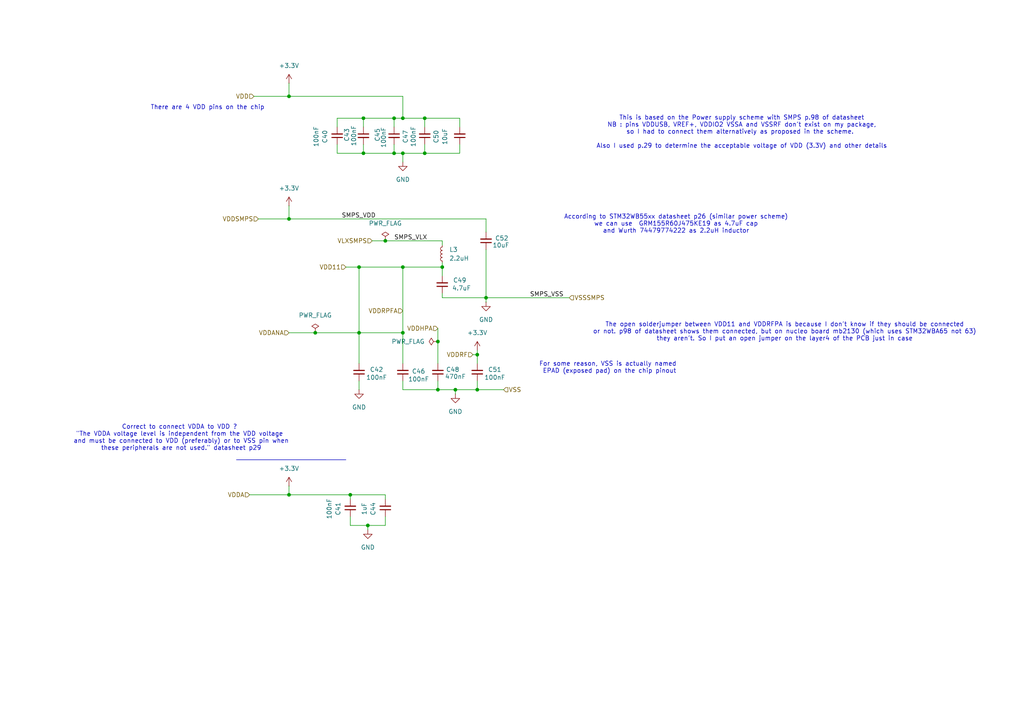
<source format=kicad_sch>
(kicad_sch
	(version 20250114)
	(generator "eeschema")
	(generator_version "9.0")
	(uuid "827b9e49-58c7-47a2-a919-2eead4cb6423")
	(paper "A4")
	(title_block
		(company "N-Pulse")
	)
	(lib_symbols
		(symbol "Device:C_Small"
			(pin_numbers
				(hide yes)
			)
			(pin_names
				(offset 0.254)
				(hide yes)
			)
			(exclude_from_sim no)
			(in_bom yes)
			(on_board yes)
			(property "Reference" "C"
				(at 0.254 1.778 0)
				(effects
					(font
						(size 1.27 1.27)
					)
					(justify left)
				)
			)
			(property "Value" "C_Small"
				(at 0.254 -2.032 0)
				(effects
					(font
						(size 1.27 1.27)
					)
					(justify left)
				)
			)
			(property "Footprint" ""
				(at 0 0 0)
				(effects
					(font
						(size 1.27 1.27)
					)
					(hide yes)
				)
			)
			(property "Datasheet" "~"
				(at 0 0 0)
				(effects
					(font
						(size 1.27 1.27)
					)
					(hide yes)
				)
			)
			(property "Description" "Unpolarized capacitor, small symbol"
				(at 0 0 0)
				(effects
					(font
						(size 1.27 1.27)
					)
					(hide yes)
				)
			)
			(property "ki_keywords" "capacitor cap"
				(at 0 0 0)
				(effects
					(font
						(size 1.27 1.27)
					)
					(hide yes)
				)
			)
			(property "ki_fp_filters" "C_*"
				(at 0 0 0)
				(effects
					(font
						(size 1.27 1.27)
					)
					(hide yes)
				)
			)
			(symbol "C_Small_0_1"
				(polyline
					(pts
						(xy -1.524 0.508) (xy 1.524 0.508)
					)
					(stroke
						(width 0.3048)
						(type default)
					)
					(fill
						(type none)
					)
				)
				(polyline
					(pts
						(xy -1.524 -0.508) (xy 1.524 -0.508)
					)
					(stroke
						(width 0.3302)
						(type default)
					)
					(fill
						(type none)
					)
				)
			)
			(symbol "C_Small_1_1"
				(pin passive line
					(at 0 2.54 270)
					(length 2.032)
					(name "~"
						(effects
							(font
								(size 1.27 1.27)
							)
						)
					)
					(number "1"
						(effects
							(font
								(size 1.27 1.27)
							)
						)
					)
				)
				(pin passive line
					(at 0 -2.54 90)
					(length 2.032)
					(name "~"
						(effects
							(font
								(size 1.27 1.27)
							)
						)
					)
					(number "2"
						(effects
							(font
								(size 1.27 1.27)
							)
						)
					)
				)
			)
			(embedded_fonts no)
		)
		(symbol "Device:L_Small"
			(pin_numbers
				(hide yes)
			)
			(pin_names
				(offset 0.254)
				(hide yes)
			)
			(exclude_from_sim no)
			(in_bom yes)
			(on_board yes)
			(property "Reference" "L"
				(at 0.762 1.016 0)
				(effects
					(font
						(size 1.27 1.27)
					)
					(justify left)
				)
			)
			(property "Value" "L_Small"
				(at 0.762 -1.016 0)
				(effects
					(font
						(size 1.27 1.27)
					)
					(justify left)
				)
			)
			(property "Footprint" ""
				(at 0 0 0)
				(effects
					(font
						(size 1.27 1.27)
					)
					(hide yes)
				)
			)
			(property "Datasheet" "~"
				(at 0 0 0)
				(effects
					(font
						(size 1.27 1.27)
					)
					(hide yes)
				)
			)
			(property "Description" "Inductor, small symbol"
				(at 0 0 0)
				(effects
					(font
						(size 1.27 1.27)
					)
					(hide yes)
				)
			)
			(property "ki_keywords" "inductor choke coil reactor magnetic"
				(at 0 0 0)
				(effects
					(font
						(size 1.27 1.27)
					)
					(hide yes)
				)
			)
			(property "ki_fp_filters" "Choke_* *Coil* Inductor_* L_*"
				(at 0 0 0)
				(effects
					(font
						(size 1.27 1.27)
					)
					(hide yes)
				)
			)
			(symbol "L_Small_0_1"
				(arc
					(start 0 2.032)
					(mid 0.5058 1.524)
					(end 0 1.016)
					(stroke
						(width 0)
						(type default)
					)
					(fill
						(type none)
					)
				)
				(arc
					(start 0 1.016)
					(mid 0.5058 0.508)
					(end 0 0)
					(stroke
						(width 0)
						(type default)
					)
					(fill
						(type none)
					)
				)
				(arc
					(start 0 0)
					(mid 0.5058 -0.508)
					(end 0 -1.016)
					(stroke
						(width 0)
						(type default)
					)
					(fill
						(type none)
					)
				)
				(arc
					(start 0 -1.016)
					(mid 0.5058 -1.524)
					(end 0 -2.032)
					(stroke
						(width 0)
						(type default)
					)
					(fill
						(type none)
					)
				)
			)
			(symbol "L_Small_1_1"
				(pin passive line
					(at 0 2.54 270)
					(length 0.508)
					(name "~"
						(effects
							(font
								(size 1.27 1.27)
							)
						)
					)
					(number "1"
						(effects
							(font
								(size 1.27 1.27)
							)
						)
					)
				)
				(pin passive line
					(at 0 -2.54 90)
					(length 0.508)
					(name "~"
						(effects
							(font
								(size 1.27 1.27)
							)
						)
					)
					(number "2"
						(effects
							(font
								(size 1.27 1.27)
							)
						)
					)
				)
			)
			(embedded_fonts no)
		)
		(symbol "power:+3.3V"
			(power)
			(pin_numbers
				(hide yes)
			)
			(pin_names
				(offset 0)
				(hide yes)
			)
			(exclude_from_sim no)
			(in_bom yes)
			(on_board yes)
			(property "Reference" "#PWR"
				(at 0 -3.81 0)
				(effects
					(font
						(size 1.27 1.27)
					)
					(hide yes)
				)
			)
			(property "Value" "+3.3V"
				(at 0 3.556 0)
				(effects
					(font
						(size 1.27 1.27)
					)
				)
			)
			(property "Footprint" ""
				(at 0 0 0)
				(effects
					(font
						(size 1.27 1.27)
					)
					(hide yes)
				)
			)
			(property "Datasheet" ""
				(at 0 0 0)
				(effects
					(font
						(size 1.27 1.27)
					)
					(hide yes)
				)
			)
			(property "Description" "Power symbol creates a global label with name \"+3.3V\""
				(at 0 0 0)
				(effects
					(font
						(size 1.27 1.27)
					)
					(hide yes)
				)
			)
			(property "ki_keywords" "global power"
				(at 0 0 0)
				(effects
					(font
						(size 1.27 1.27)
					)
					(hide yes)
				)
			)
			(symbol "+3.3V_0_1"
				(polyline
					(pts
						(xy -0.762 1.27) (xy 0 2.54)
					)
					(stroke
						(width 0)
						(type default)
					)
					(fill
						(type none)
					)
				)
				(polyline
					(pts
						(xy 0 2.54) (xy 0.762 1.27)
					)
					(stroke
						(width 0)
						(type default)
					)
					(fill
						(type none)
					)
				)
				(polyline
					(pts
						(xy 0 0) (xy 0 2.54)
					)
					(stroke
						(width 0)
						(type default)
					)
					(fill
						(type none)
					)
				)
			)
			(symbol "+3.3V_1_1"
				(pin power_in line
					(at 0 0 90)
					(length 0)
					(name "~"
						(effects
							(font
								(size 1.27 1.27)
							)
						)
					)
					(number "1"
						(effects
							(font
								(size 1.27 1.27)
							)
						)
					)
				)
			)
			(embedded_fonts no)
		)
		(symbol "power:GND"
			(power)
			(pin_numbers
				(hide yes)
			)
			(pin_names
				(offset 0)
				(hide yes)
			)
			(exclude_from_sim no)
			(in_bom yes)
			(on_board yes)
			(property "Reference" "#PWR"
				(at 0 -6.35 0)
				(effects
					(font
						(size 1.27 1.27)
					)
					(hide yes)
				)
			)
			(property "Value" "GND"
				(at 0 -3.81 0)
				(effects
					(font
						(size 1.27 1.27)
					)
				)
			)
			(property "Footprint" ""
				(at 0 0 0)
				(effects
					(font
						(size 1.27 1.27)
					)
					(hide yes)
				)
			)
			(property "Datasheet" ""
				(at 0 0 0)
				(effects
					(font
						(size 1.27 1.27)
					)
					(hide yes)
				)
			)
			(property "Description" "Power symbol creates a global label with name \"GND\" , ground"
				(at 0 0 0)
				(effects
					(font
						(size 1.27 1.27)
					)
					(hide yes)
				)
			)
			(property "ki_keywords" "global power"
				(at 0 0 0)
				(effects
					(font
						(size 1.27 1.27)
					)
					(hide yes)
				)
			)
			(symbol "GND_0_1"
				(polyline
					(pts
						(xy 0 0) (xy 0 -1.27) (xy 1.27 -1.27) (xy 0 -2.54) (xy -1.27 -1.27) (xy 0 -1.27)
					)
					(stroke
						(width 0)
						(type default)
					)
					(fill
						(type none)
					)
				)
			)
			(symbol "GND_1_1"
				(pin power_in line
					(at 0 0 270)
					(length 0)
					(name "~"
						(effects
							(font
								(size 1.27 1.27)
							)
						)
					)
					(number "1"
						(effects
							(font
								(size 1.27 1.27)
							)
						)
					)
				)
			)
			(embedded_fonts no)
		)
		(symbol "power:PWR_FLAG"
			(power)
			(pin_numbers
				(hide yes)
			)
			(pin_names
				(offset 0)
				(hide yes)
			)
			(exclude_from_sim no)
			(in_bom yes)
			(on_board yes)
			(property "Reference" "#FLG"
				(at 0 1.905 0)
				(effects
					(font
						(size 1.27 1.27)
					)
					(hide yes)
				)
			)
			(property "Value" "PWR_FLAG"
				(at 0 3.81 0)
				(effects
					(font
						(size 1.27 1.27)
					)
				)
			)
			(property "Footprint" ""
				(at 0 0 0)
				(effects
					(font
						(size 1.27 1.27)
					)
					(hide yes)
				)
			)
			(property "Datasheet" "~"
				(at 0 0 0)
				(effects
					(font
						(size 1.27 1.27)
					)
					(hide yes)
				)
			)
			(property "Description" "Special symbol for telling ERC where power comes from"
				(at 0 0 0)
				(effects
					(font
						(size 1.27 1.27)
					)
					(hide yes)
				)
			)
			(property "ki_keywords" "flag power"
				(at 0 0 0)
				(effects
					(font
						(size 1.27 1.27)
					)
					(hide yes)
				)
			)
			(symbol "PWR_FLAG_0_0"
				(pin power_out line
					(at 0 0 90)
					(length 0)
					(name "~"
						(effects
							(font
								(size 1.27 1.27)
							)
						)
					)
					(number "1"
						(effects
							(font
								(size 1.27 1.27)
							)
						)
					)
				)
			)
			(symbol "PWR_FLAG_0_1"
				(polyline
					(pts
						(xy 0 0) (xy 0 1.27) (xy -1.016 1.905) (xy 0 2.54) (xy 1.016 1.905) (xy 0 1.27)
					)
					(stroke
						(width 0)
						(type default)
					)
					(fill
						(type none)
					)
				)
			)
			(embedded_fonts no)
		)
	)
	(text "Correct to connect VDDA to VDD ?\n\"The VDDA voltage level is independent from the VDD voltage\n and must be connected to VDD (preferably) or to VSS pin when\n these peripherals are not used.\" datasheet p29\n"
		(exclude_from_sim no)
		(at 52.07 127 0)
		(effects
			(font
				(size 1.27 1.27)
			)
		)
		(uuid "51b6df22-fd9c-4417-a4ad-838499817f5f")
	)
	(text "There are 4 VDD pins on the chip"
		(exclude_from_sim no)
		(at 60.198 31.242 0)
		(effects
			(font
				(size 1.27 1.27)
			)
		)
		(uuid "b6975ef8-c350-4074-b55e-898fa994694f")
	)
	(text "The open solderjumper between VDD11 and VDDRFPA is because I don't know if they should be connected\nor not. p98 of datasheet shows them connected, but on nucleo board mb2130 (which uses STM32WBA65 not 63)\nthey aren't. So I put an open jumper on the layer4 of the PCB just in case"
		(exclude_from_sim no)
		(at 227.584 96.266 0)
		(effects
			(font
				(size 1.27 1.27)
			)
		)
		(uuid "b92ef1e8-cd45-40aa-bf5c-3aed715c090c")
	)
	(text "This is based on the Power supply scheme with SMPS p.98 of datasheet\nNB : pins VDDUSB, VREF+, VDDIO2 VSSA and VSSRF don't exist on my package,\nso I had to connect them alternatively as proposed in the scheme. \n\nAlso I used p.29 to determine the acceptable voltage of VDD (3.3V) and other details\n"
		(exclude_from_sim no)
		(at 215.138 38.354 0)
		(effects
			(font
				(size 1.27 1.27)
			)
		)
		(uuid "c401a2e8-300f-476e-b698-45afa286f854")
	)
	(text "According to STM32WB55xx datasheet p26 (similar power scheme)\nwe can use  GRM155R60J475KE19 as 4.7uF cap\nand Wurth 74479774222 as 2.2uH inductor"
		(exclude_from_sim no)
		(at 196.088 65.024 0)
		(effects
			(font
				(size 1.27 1.27)
			)
		)
		(uuid "da9f3c22-0e65-41f9-af59-caa8c3ba3000")
	)
	(text "For some reason, VSS is actually named \nEPAD (exposed pad) on the chip pinout"
		(exclude_from_sim no)
		(at 176.784 106.68 0)
		(effects
			(font
				(size 1.27 1.27)
			)
		)
		(uuid "e10fe22f-021a-47e2-8ebf-533f91ccd19c")
	)
	(text_box ""
		(exclude_from_sim no)
		(at 68.58 133.35 0)
		(size 31.75 0)
		(margins 0.9525 0.9525 0.9525 0.9525)
		(stroke
			(width 0)
			(type solid)
		)
		(fill
			(type none)
		)
		(effects
			(font
				(size 1.27 1.27)
			)
			(justify left top)
		)
		(uuid "66437bc2-4247-47d3-be39-5a02e3a6fe47")
	)
	(junction
		(at 91.44 96.52)
		(diameter 0)
		(color 0 0 0 0)
		(uuid "04f0f1b0-5692-403d-9edc-377315249c54")
	)
	(junction
		(at 127 113.03)
		(diameter 0)
		(color 0 0 0 0)
		(uuid "0c876f20-45ac-40ee-9b81-76e4318a2299")
	)
	(junction
		(at 101.6 143.51)
		(diameter 0)
		(color 0 0 0 0)
		(uuid "253ecded-51e6-4043-a35f-45249767ae43")
	)
	(junction
		(at 116.84 44.45)
		(diameter 0)
		(color 0 0 0 0)
		(uuid "291f98a0-58bd-4cfb-bba9-2e12fe598ddd")
	)
	(junction
		(at 104.14 96.52)
		(diameter 0)
		(color 0 0 0 0)
		(uuid "3900e6de-1142-4dee-81ad-f9a1de145547")
	)
	(junction
		(at 105.41 34.29)
		(diameter 0)
		(color 0 0 0 0)
		(uuid "39e1ed9b-ebf0-4435-b31d-579ee75003d9")
	)
	(junction
		(at 83.82 143.51)
		(diameter 0)
		(color 0 0 0 0)
		(uuid "3e18f6c5-ab90-4954-a4ff-a0447fc9274f")
	)
	(junction
		(at 105.41 44.45)
		(diameter 0)
		(color 0 0 0 0)
		(uuid "5aef9762-6b91-4418-a4a3-9dde68934690")
	)
	(junction
		(at 116.84 77.47)
		(diameter 0)
		(color 0 0 0 0)
		(uuid "5c4e2d7a-24d3-47bd-9dac-88a528359871")
	)
	(junction
		(at 128.27 77.47)
		(diameter 0)
		(color 0 0 0 0)
		(uuid "5cf2b235-3fa8-43cb-af76-d7a01ba5bd98")
	)
	(junction
		(at 140.97 86.36)
		(diameter 0)
		(color 0 0 0 0)
		(uuid "6438a9fc-b392-4537-8841-f37ca9bfb231")
	)
	(junction
		(at 123.19 34.29)
		(diameter 0)
		(color 0 0 0 0)
		(uuid "669c8f85-1c66-49e7-9770-337bf65ff0d6")
	)
	(junction
		(at 106.68 152.4)
		(diameter 0)
		(color 0 0 0 0)
		(uuid "7a41921b-e0e9-4659-898e-dbf6b6f4f301")
	)
	(junction
		(at 138.43 102.87)
		(diameter 0)
		(color 0 0 0 0)
		(uuid "811ec671-5e36-400c-a0ad-a38b84338449")
	)
	(junction
		(at 123.19 44.45)
		(diameter 0)
		(color 0 0 0 0)
		(uuid "867adfc3-9a1e-4d75-9cdf-d6b53ba308d9")
	)
	(junction
		(at 111.76 69.85)
		(diameter 0)
		(color 0 0 0 0)
		(uuid "8ef9020c-1d8e-4e10-b6b3-23da46f83ea6")
	)
	(junction
		(at 127 99.06)
		(diameter 0)
		(color 0 0 0 0)
		(uuid "9beb7cfe-d2ed-4a0f-8a73-3b5872d1050e")
	)
	(junction
		(at 116.84 34.29)
		(diameter 0)
		(color 0 0 0 0)
		(uuid "9de0c620-1852-40ff-b8c2-82a2b56d2d27")
	)
	(junction
		(at 104.14 77.47)
		(diameter 0)
		(color 0 0 0 0)
		(uuid "ae34ad5a-cee8-4f32-afef-2c576b4fd5e9")
	)
	(junction
		(at 83.82 27.94)
		(diameter 0)
		(color 0 0 0 0)
		(uuid "af6c3d95-ac0d-465f-a52e-fe6f5eef4cb9")
	)
	(junction
		(at 114.3 44.45)
		(diameter 0)
		(color 0 0 0 0)
		(uuid "c3678bf9-2314-4211-be2d-4f7f1dd297c9")
	)
	(junction
		(at 116.84 96.52)
		(diameter 0)
		(color 0 0 0 0)
		(uuid "c53b2706-1d5a-4ab0-875d-a7868929fa41")
	)
	(junction
		(at 132.08 113.03)
		(diameter 0)
		(color 0 0 0 0)
		(uuid "cfbee225-2571-4eec-aa25-4dd1374dbe07")
	)
	(junction
		(at 138.43 113.03)
		(diameter 0)
		(color 0 0 0 0)
		(uuid "ddf5828b-2884-4cbc-9da8-6ebd7d609201")
	)
	(junction
		(at 83.82 63.5)
		(diameter 0)
		(color 0 0 0 0)
		(uuid "e0c7e7cb-822e-47c1-b668-20662d043490")
	)
	(junction
		(at 114.3 34.29)
		(diameter 0)
		(color 0 0 0 0)
		(uuid "ffbc3144-39cb-496a-aedc-a6384d35d44b")
	)
	(wire
		(pts
			(xy 83.82 96.52) (xy 91.44 96.52)
		)
		(stroke
			(width 0)
			(type default)
		)
		(uuid "10c70749-6bf2-474c-88ea-e92e38d8f1a3")
	)
	(wire
		(pts
			(xy 73.66 27.94) (xy 83.82 27.94)
		)
		(stroke
			(width 0)
			(type default)
		)
		(uuid "15cdcb52-1d5e-4f74-995f-bed5cceaa579")
	)
	(wire
		(pts
			(xy 105.41 34.29) (xy 97.79 34.29)
		)
		(stroke
			(width 0)
			(type default)
		)
		(uuid "1656b22c-ad0d-4b76-81d1-7647df82e3d4")
	)
	(wire
		(pts
			(xy 127 110.49) (xy 127 113.03)
		)
		(stroke
			(width 0)
			(type default)
		)
		(uuid "1ca583f1-8021-46a4-909c-83b392866746")
	)
	(wire
		(pts
			(xy 100.33 77.47) (xy 104.14 77.47)
		)
		(stroke
			(width 0)
			(type default)
		)
		(uuid "1e30a22d-92e9-439c-b1bf-561e6969ee6f")
	)
	(wire
		(pts
			(xy 83.82 143.51) (xy 101.6 143.51)
		)
		(stroke
			(width 0)
			(type default)
		)
		(uuid "20ba0652-9ca9-48e8-a42e-8ff785b2926c")
	)
	(wire
		(pts
			(xy 138.43 101.6) (xy 138.43 102.87)
		)
		(stroke
			(width 0)
			(type default)
		)
		(uuid "22339e31-9f1b-4d02-b28b-3ff77b27618e")
	)
	(wire
		(pts
			(xy 107.95 69.85) (xy 111.76 69.85)
		)
		(stroke
			(width 0)
			(type default)
		)
		(uuid "2361bd62-d9e6-48a2-959a-8b1e9e4b9990")
	)
	(wire
		(pts
			(xy 106.68 152.4) (xy 111.76 152.4)
		)
		(stroke
			(width 0)
			(type default)
		)
		(uuid "2434e607-b24a-4140-8bcc-34daa488218c")
	)
	(wire
		(pts
			(xy 116.84 27.94) (xy 116.84 34.29)
		)
		(stroke
			(width 0)
			(type default)
		)
		(uuid "24549087-c7a7-48b9-99b7-34ae503717c1")
	)
	(wire
		(pts
			(xy 140.97 67.31) (xy 140.97 63.5)
		)
		(stroke
			(width 0)
			(type default)
		)
		(uuid "3491fb48-f338-4612-94d0-82ef5b39d2cc")
	)
	(wire
		(pts
			(xy 127 99.06) (xy 127 105.41)
		)
		(stroke
			(width 0)
			(type default)
		)
		(uuid "397bd4c4-de24-4ca4-93d9-274296659bf6")
	)
	(wire
		(pts
			(xy 104.14 96.52) (xy 104.14 105.41)
		)
		(stroke
			(width 0)
			(type default)
		)
		(uuid "3af1137a-347f-4d10-910e-6956fb506707")
	)
	(wire
		(pts
			(xy 127 95.25) (xy 127 99.06)
		)
		(stroke
			(width 0)
			(type default)
		)
		(uuid "400d78f2-20f3-49fc-9629-dbc20dd1f9bf")
	)
	(wire
		(pts
			(xy 83.82 63.5) (xy 140.97 63.5)
		)
		(stroke
			(width 0)
			(type default)
		)
		(uuid "43116a3d-2cdb-47e9-be6d-06fbf353626e")
	)
	(wire
		(pts
			(xy 116.84 110.49) (xy 116.84 113.03)
		)
		(stroke
			(width 0)
			(type default)
		)
		(uuid "44f7caa7-fa45-4a69-927f-b48208024a9d")
	)
	(wire
		(pts
			(xy 101.6 143.51) (xy 101.6 144.78)
		)
		(stroke
			(width 0)
			(type default)
		)
		(uuid "463c1698-6a81-4906-a55b-72eb3a7d2eea")
	)
	(wire
		(pts
			(xy 128.27 69.85) (xy 128.27 71.12)
		)
		(stroke
			(width 0)
			(type default)
		)
		(uuid "49b16411-f969-46fb-aa75-f85aebaeddf0")
	)
	(wire
		(pts
			(xy 116.84 44.45) (xy 123.19 44.45)
		)
		(stroke
			(width 0)
			(type default)
		)
		(uuid "4b65ba93-38bf-44a8-ac5d-3c794e1430d1")
	)
	(wire
		(pts
			(xy 140.97 86.36) (xy 165.1 86.36)
		)
		(stroke
			(width 0)
			(type default)
		)
		(uuid "4ba70762-d24e-4586-acce-eb61921696e8")
	)
	(wire
		(pts
			(xy 111.76 149.86) (xy 111.76 152.4)
		)
		(stroke
			(width 0)
			(type default)
		)
		(uuid "5af00eda-51e2-4007-a48e-2547a34bd2d7")
	)
	(wire
		(pts
			(xy 101.6 152.4) (xy 106.68 152.4)
		)
		(stroke
			(width 0)
			(type default)
		)
		(uuid "5af4c148-4746-4047-abae-a879bb5c9014")
	)
	(wire
		(pts
			(xy 101.6 149.86) (xy 101.6 152.4)
		)
		(stroke
			(width 0)
			(type default)
		)
		(uuid "65676334-2e1a-481c-8c89-09c877c0209d")
	)
	(wire
		(pts
			(xy 83.82 59.69) (xy 83.82 63.5)
		)
		(stroke
			(width 0)
			(type default)
		)
		(uuid "69564219-1b7e-4cb6-94e3-84359be794af")
	)
	(wire
		(pts
			(xy 83.82 27.94) (xy 116.84 27.94)
		)
		(stroke
			(width 0)
			(type default)
		)
		(uuid "69f42873-e82c-4f6c-8cc8-e76af2e89579")
	)
	(wire
		(pts
			(xy 105.41 41.91) (xy 105.41 44.45)
		)
		(stroke
			(width 0)
			(type default)
		)
		(uuid "6a2fc8b4-e5fc-47e4-9d25-ed2bd23fce66")
	)
	(wire
		(pts
			(xy 127 113.03) (xy 132.08 113.03)
		)
		(stroke
			(width 0)
			(type default)
		)
		(uuid "6aaed0cd-28bb-43a7-b62f-83e1c6bdf772")
	)
	(wire
		(pts
			(xy 133.35 34.29) (xy 133.35 36.83)
		)
		(stroke
			(width 0)
			(type default)
		)
		(uuid "714c7398-ff0c-403c-b4d0-ffdf76707c84")
	)
	(wire
		(pts
			(xy 101.6 143.51) (xy 111.76 143.51)
		)
		(stroke
			(width 0)
			(type default)
		)
		(uuid "7afea0e2-f0ac-40b5-b459-fe4c39962b26")
	)
	(wire
		(pts
			(xy 128.27 86.36) (xy 140.97 86.36)
		)
		(stroke
			(width 0)
			(type default)
		)
		(uuid "7c0aaaa2-51e7-49ce-9e94-817307e05438")
	)
	(wire
		(pts
			(xy 140.97 72.39) (xy 140.97 86.36)
		)
		(stroke
			(width 0)
			(type default)
		)
		(uuid "7c838dae-10bc-4f7f-a563-bbcec8fe1270")
	)
	(wire
		(pts
			(xy 132.08 113.03) (xy 138.43 113.03)
		)
		(stroke
			(width 0)
			(type default)
		)
		(uuid "7ce43efd-cf0b-477d-bb34-22db851a9c7a")
	)
	(wire
		(pts
			(xy 97.79 34.29) (xy 97.79 36.83)
		)
		(stroke
			(width 0)
			(type default)
		)
		(uuid "7e14e74c-1369-4ff8-ae6b-e8ad3e5e8a18")
	)
	(wire
		(pts
			(xy 138.43 113.03) (xy 146.05 113.03)
		)
		(stroke
			(width 0)
			(type default)
		)
		(uuid "84f5a89b-5c25-410a-8d7b-ed2bd2ce0349")
	)
	(wire
		(pts
			(xy 123.19 34.29) (xy 133.35 34.29)
		)
		(stroke
			(width 0)
			(type default)
		)
		(uuid "86abecaa-bbe2-4854-803a-ccec3527d6d0")
	)
	(wire
		(pts
			(xy 140.97 86.36) (xy 140.97 87.63)
		)
		(stroke
			(width 0)
			(type default)
		)
		(uuid "89b22636-e920-4117-b837-e9dcb5addef7")
	)
	(wire
		(pts
			(xy 123.19 36.83) (xy 123.19 34.29)
		)
		(stroke
			(width 0)
			(type default)
		)
		(uuid "89cf797e-8b91-4a01-aea7-ad1c084d255f")
	)
	(wire
		(pts
			(xy 104.14 110.49) (xy 104.14 113.03)
		)
		(stroke
			(width 0)
			(type default)
		)
		(uuid "8b51ec33-b342-4df1-b0e1-786c369975aa")
	)
	(wire
		(pts
			(xy 127 113.03) (xy 116.84 113.03)
		)
		(stroke
			(width 0)
			(type default)
		)
		(uuid "94965274-2bfb-4f71-9184-c078c1eafe30")
	)
	(wire
		(pts
			(xy 116.84 77.47) (xy 116.84 96.52)
		)
		(stroke
			(width 0)
			(type default)
		)
		(uuid "979949de-314c-4b15-9207-42f4f6d93437")
	)
	(wire
		(pts
			(xy 116.84 96.52) (xy 116.84 105.41)
		)
		(stroke
			(width 0)
			(type default)
		)
		(uuid "990673d0-0f3d-4aeb-a88a-7dbdce927bd7")
	)
	(wire
		(pts
			(xy 137.16 102.87) (xy 138.43 102.87)
		)
		(stroke
			(width 0)
			(type default)
		)
		(uuid "99a79ddc-ebd2-4cd3-afb7-8e6658440257")
	)
	(wire
		(pts
			(xy 138.43 102.87) (xy 138.43 105.41)
		)
		(stroke
			(width 0)
			(type default)
		)
		(uuid "9a18599d-ffa2-4982-b74f-d15e1521526b")
	)
	(wire
		(pts
			(xy 111.76 143.51) (xy 111.76 144.78)
		)
		(stroke
			(width 0)
			(type default)
		)
		(uuid "9fb764bf-6410-4463-8956-5484df78f1f1")
	)
	(wire
		(pts
			(xy 97.79 44.45) (xy 97.79 41.91)
		)
		(stroke
			(width 0)
			(type default)
		)
		(uuid "a171eb14-b165-4d2d-aa6e-95145496cfb4")
	)
	(wire
		(pts
			(xy 105.41 34.29) (xy 105.41 36.83)
		)
		(stroke
			(width 0)
			(type default)
		)
		(uuid "a2e45e0a-b1ac-4e57-a7be-8dd5f7de9968")
	)
	(wire
		(pts
			(xy 116.84 44.45) (xy 116.84 46.99)
		)
		(stroke
			(width 0)
			(type default)
		)
		(uuid "a37d4e00-743a-4c4f-a219-69ff5751f6d6")
	)
	(wire
		(pts
			(xy 128.27 77.47) (xy 128.27 80.01)
		)
		(stroke
			(width 0)
			(type default)
		)
		(uuid "adf7f740-5ea8-44c5-a13f-3293ad708021")
	)
	(wire
		(pts
			(xy 116.84 77.47) (xy 128.27 77.47)
		)
		(stroke
			(width 0)
			(type default)
		)
		(uuid "ae986176-5c38-4a72-b96c-8072a8b11599")
	)
	(wire
		(pts
			(xy 72.39 143.51) (xy 83.82 143.51)
		)
		(stroke
			(width 0)
			(type default)
		)
		(uuid "af1fcb6f-f713-4323-8cf5-fca8f705cf2b")
	)
	(wire
		(pts
			(xy 106.68 152.4) (xy 106.68 153.67)
		)
		(stroke
			(width 0)
			(type default)
		)
		(uuid "afedc5c0-0e6e-4473-b469-7acc8db59d10")
	)
	(wire
		(pts
			(xy 133.35 44.45) (xy 133.35 41.91)
		)
		(stroke
			(width 0)
			(type default)
		)
		(uuid "b48ab86e-3d91-4593-81ba-3b335ef0609c")
	)
	(wire
		(pts
			(xy 128.27 86.36) (xy 128.27 85.09)
		)
		(stroke
			(width 0)
			(type default)
		)
		(uuid "b87dd985-c624-4ae2-a3b9-2085dbf9bf13")
	)
	(wire
		(pts
			(xy 132.08 113.03) (xy 132.08 114.3)
		)
		(stroke
			(width 0)
			(type default)
		)
		(uuid "b9136de6-bcb8-4459-b9db-59c4e2105d59")
	)
	(wire
		(pts
			(xy 116.84 34.29) (xy 114.3 34.29)
		)
		(stroke
			(width 0)
			(type default)
		)
		(uuid "b9d6cc8a-d041-4f83-902a-41b0d06394a3")
	)
	(wire
		(pts
			(xy 104.14 77.47) (xy 104.14 96.52)
		)
		(stroke
			(width 0)
			(type default)
		)
		(uuid "bc2fb722-5500-48c1-96b3-3d434446ef9f")
	)
	(wire
		(pts
			(xy 114.3 34.29) (xy 114.3 36.83)
		)
		(stroke
			(width 0)
			(type default)
		)
		(uuid "bdf4a217-455e-43b6-bad0-ee108bc130e2")
	)
	(wire
		(pts
			(xy 104.14 96.52) (xy 116.84 96.52)
		)
		(stroke
			(width 0)
			(type default)
		)
		(uuid "c447be9c-4fba-4b9b-961d-4a1b137302e0")
	)
	(wire
		(pts
			(xy 111.76 69.85) (xy 128.27 69.85)
		)
		(stroke
			(width 0)
			(type default)
		)
		(uuid "c4b6fdf7-2771-4959-b1a2-9e1e7f6926a8")
	)
	(wire
		(pts
			(xy 105.41 34.29) (xy 114.3 34.29)
		)
		(stroke
			(width 0)
			(type default)
		)
		(uuid "c7841f2b-864f-4404-94fa-be2e4557425f")
	)
	(wire
		(pts
			(xy 97.79 44.45) (xy 105.41 44.45)
		)
		(stroke
			(width 0)
			(type default)
		)
		(uuid "ceb76565-fcf5-44fb-b2eb-14e4ee6be7e1")
	)
	(wire
		(pts
			(xy 104.14 77.47) (xy 116.84 77.47)
		)
		(stroke
			(width 0)
			(type default)
		)
		(uuid "d38ca45a-89b3-469c-a274-8b864439871e")
	)
	(wire
		(pts
			(xy 123.19 44.45) (xy 133.35 44.45)
		)
		(stroke
			(width 0)
			(type default)
		)
		(uuid "d42a5ea7-158a-46c4-abab-9f9431a9d129")
	)
	(wire
		(pts
			(xy 128.27 76.2) (xy 128.27 77.47)
		)
		(stroke
			(width 0)
			(type default)
		)
		(uuid "d56904f2-4c45-4885-955f-34e8fd0c14ba")
	)
	(wire
		(pts
			(xy 91.44 96.52) (xy 104.14 96.52)
		)
		(stroke
			(width 0)
			(type default)
		)
		(uuid "d755ed3c-334b-4236-95d1-7c35954ea4be")
	)
	(wire
		(pts
			(xy 116.84 44.45) (xy 114.3 44.45)
		)
		(stroke
			(width 0)
			(type default)
		)
		(uuid "dae64efd-31b3-4b9c-ad7d-fe0429c30f1b")
	)
	(wire
		(pts
			(xy 123.19 41.91) (xy 123.19 44.45)
		)
		(stroke
			(width 0)
			(type default)
		)
		(uuid "db8ef223-d535-44cd-a08f-5399602cc0f6")
	)
	(wire
		(pts
			(xy 105.41 44.45) (xy 114.3 44.45)
		)
		(stroke
			(width 0)
			(type default)
		)
		(uuid "df5439a6-7251-4bda-9d67-5a2fc105c18c")
	)
	(wire
		(pts
			(xy 83.82 140.97) (xy 83.82 143.51)
		)
		(stroke
			(width 0)
			(type default)
		)
		(uuid "df67a2e7-f286-4a27-909c-7c1630f49400")
	)
	(wire
		(pts
			(xy 114.3 41.91) (xy 114.3 44.45)
		)
		(stroke
			(width 0)
			(type default)
		)
		(uuid "ef112a2c-ad19-471a-947d-ab3bb6186194")
	)
	(wire
		(pts
			(xy 123.19 34.29) (xy 116.84 34.29)
		)
		(stroke
			(width 0)
			(type default)
		)
		(uuid "f4b1f2be-efa5-42bb-acb9-072b43a82c2e")
	)
	(wire
		(pts
			(xy 138.43 110.49) (xy 138.43 113.03)
		)
		(stroke
			(width 0)
			(type default)
		)
		(uuid "f8325a57-939a-4043-886d-197e97288c6d")
	)
	(wire
		(pts
			(xy 83.82 24.13) (xy 83.82 27.94)
		)
		(stroke
			(width 0)
			(type default)
		)
		(uuid "fbdf79a1-ec05-4230-8ad1-456497a59579")
	)
	(wire
		(pts
			(xy 74.93 63.5) (xy 83.82 63.5)
		)
		(stroke
			(width 0)
			(type default)
		)
		(uuid "fc47aab8-931f-4eda-8ac9-e37954dc1f23")
	)
	(label "SMPS_VDD"
		(at 99.06 63.5 0)
		(effects
			(font
				(size 1.27 1.27)
			)
			(justify left bottom)
		)
		(uuid "446eb43c-8ee5-4d31-b63b-092c0e8b3d30")
	)
	(label "SMPS_VLX"
		(at 114.3 69.85 0)
		(effects
			(font
				(size 1.27 1.27)
			)
			(justify left bottom)
		)
		(uuid "4d96bf99-0824-4284-a9ec-86fe78882c1b")
	)
	(label "SMPS_VSS"
		(at 153.67 86.36 0)
		(effects
			(font
				(size 1.27 1.27)
			)
			(justify left bottom)
		)
		(uuid "ade2ae61-af77-487b-8377-8f2756acadd4")
	)
	(hierarchical_label "VSS"
		(shape input)
		(at 146.05 113.03 0)
		(effects
			(font
				(size 1.27 1.27)
			)
			(justify left)
		)
		(uuid "29316316-dd6f-4a8e-8674-647d13a88664")
	)
	(hierarchical_label "VDDANA"
		(shape input)
		(at 83.82 96.52 180)
		(effects
			(font
				(size 1.27 1.27)
			)
			(justify right)
		)
		(uuid "3e25e410-b8bb-419c-a127-80f1c8dadeba")
	)
	(hierarchical_label "VDD"
		(shape input)
		(at 73.66 27.94 180)
		(effects
			(font
				(size 1.27 1.27)
			)
			(justify right)
		)
		(uuid "4357422c-6f3b-4769-8c67-f1fa1c5297d1")
	)
	(hierarchical_label "VDDRF"
		(shape input)
		(at 137.16 102.87 180)
		(effects
			(font
				(size 1.27 1.27)
			)
			(justify right)
		)
		(uuid "519cd226-d1eb-4608-8a08-f0e0d0664d66")
	)
	(hierarchical_label "VSSSMPS"
		(shape input)
		(at 165.1 86.36 0)
		(effects
			(font
				(size 1.27 1.27)
			)
			(justify left)
		)
		(uuid "715a1076-eecc-43d3-8fa0-58ad1ca877bc")
	)
	(hierarchical_label "VDDRPFA"
		(shape input)
		(at 116.84 90.17 180)
		(effects
			(font
				(size 1.27 1.27)
			)
			(justify right)
		)
		(uuid "7713b394-2f80-42ec-a41a-1bc7313c3dcd")
	)
	(hierarchical_label "VDD11"
		(shape input)
		(at 100.33 77.47 180)
		(effects
			(font
				(size 1.27 1.27)
			)
			(justify right)
		)
		(uuid "b8c6a9ac-020b-40cb-9697-120e311f15cf")
	)
	(hierarchical_label "VDDHPA"
		(shape input)
		(at 127 95.25 180)
		(effects
			(font
				(size 1.27 1.27)
			)
			(justify right)
		)
		(uuid "b902339c-9e2c-440c-b5cf-6565dd1d7245")
	)
	(hierarchical_label "VDDSMPS"
		(shape input)
		(at 74.93 63.5 180)
		(effects
			(font
				(size 1.27 1.27)
			)
			(justify right)
		)
		(uuid "c6318910-5aca-4c45-ba3e-90b57a80696d")
	)
	(hierarchical_label "VLXSMPS"
		(shape input)
		(at 107.95 69.85 180)
		(effects
			(font
				(size 1.27 1.27)
			)
			(justify right)
		)
		(uuid "cb34f39c-7058-4536-92e6-baf7d238a8d0")
	)
	(hierarchical_label "VDDA"
		(shape input)
		(at 72.39 143.51 180)
		(effects
			(font
				(size 1.27 1.27)
			)
			(justify right)
		)
		(uuid "d5c7ee9a-c314-4c9f-9bac-49c8620fad1b")
	)
	(symbol
		(lib_id "Device:C_Small")
		(at 138.43 107.95 180)
		(unit 1)
		(exclude_from_sim no)
		(in_bom yes)
		(on_board yes)
		(dnp no)
		(uuid "0378dd62-7f83-44c9-b5f5-439123862b10")
		(property "Reference" "C51"
			(at 143.51 107.188 0)
			(effects
				(font
					(size 1.27 1.27)
				)
			)
		)
		(property "Value" "100nF"
			(at 143.51 109.474 0)
			(effects
				(font
					(size 1.27 1.27)
				)
			)
		)
		(property "Footprint" "Capacitor_SMD:C_0402_1005Metric"
			(at 138.43 107.95 0)
			(effects
				(font
					(size 1.27 1.27)
				)
				(hide yes)
			)
		)
		(property "Datasheet" "~"
			(at 138.43 107.95 0)
			(effects
				(font
					(size 1.27 1.27)
				)
				(hide yes)
			)
		)
		(property "Description" "Unpolarized capacitor, small symbol"
			(at 138.43 107.95 0)
			(effects
				(font
					(size 1.27 1.27)
				)
				(hide yes)
			)
		)
		(property "Link" "https://eu.mouser.com/ProductDetail/Samsung-Electro-Mechanics/CL05B104KP5VPNC?qs=gqBM4hNBiUXTv%252BkFO9q2pQ%3D%3D"
			(at 138.43 107.95 0)
			(effects
				(font
					(size 1.27 1.27)
				)
				(hide yes)
			)
		)
		(property "MANUFACTURER" "Samsung Electro-Mechanics"
			(at 138.43 107.95 0)
			(effects
				(font
					(size 1.27 1.27)
				)
				(hide yes)
			)
		)
		(property "Manufacturer_Part_Number" "CL05B104KP5VPNC "
			(at 138.43 107.95 0)
			(effects
				(font
					(size 1.27 1.27)
				)
				(hide yes)
			)
		)
		(property "Panier" "1"
			(at 138.43 107.95 0)
			(effects
				(font
					(size 1.27 1.27)
				)
				(hide yes)
			)
		)
		(property "déjà" ""
			(at 138.43 107.95 0)
			(effects
				(font
					(size 1.27 1.27)
				)
			)
		)
		(pin "1"
			(uuid "339958e7-9d30-4dea-ab79-ed09cae24905")
		)
		(pin "2"
			(uuid "03a9b893-3be8-49fa-ba0e-f0c5894e84b7")
		)
		(instances
			(project "Processing_board"
				(path "/b48cfd4a-6c36-4270-b2b4-45cb26e35477/5bac6806-0b59-49c1-a3ef-3d4674d750e6"
					(reference "C51")
					(unit 1)
				)
			)
		)
	)
	(symbol
		(lib_id "Device:C_Small")
		(at 111.76 147.32 180)
		(unit 1)
		(exclude_from_sim no)
		(in_bom yes)
		(on_board yes)
		(dnp no)
		(uuid "12c6f78e-2330-45b7-97c9-3cba71238568")
		(property "Reference" "C44"
			(at 108.204 147.574 90)
			(effects
				(font
					(size 1.27 1.27)
				)
			)
		)
		(property "Value" "1uF"
			(at 105.664 147.574 90)
			(effects
				(font
					(size 1.27 1.27)
				)
			)
		)
		(property "Footprint" "Capacitor_SMD:C_0402_1005Metric"
			(at 111.76 147.32 0)
			(effects
				(font
					(size 1.27 1.27)
				)
				(hide yes)
			)
		)
		(property "Datasheet" "~"
			(at 111.76 147.32 0)
			(effects
				(font
					(size 1.27 1.27)
				)
				(hide yes)
			)
		)
		(property "Description" "Unpolarized capacitor, small symbol"
			(at 111.76 147.32 0)
			(effects
				(font
					(size 1.27 1.27)
				)
				(hide yes)
			)
		)
		(property "Link" "https://www.mouser.ch/ProductDetail/Samsung-Electro-Mechanics/CL05A105KP5NNNC?qs=X6jEic%2FHinBsUeNeR9HD7w%3D%3D"
			(at 111.76 147.32 0)
			(effects
				(font
					(size 1.27 1.27)
				)
				(hide yes)
			)
		)
		(property "MANUFACTURER" "Samsung Electro-Mechanics"
			(at 111.76 147.32 0)
			(effects
				(font
					(size 1.27 1.27)
				)
				(hide yes)
			)
		)
		(property "Manufacturer_Part_Number" "CL05A105KP5NNNC"
			(at 111.76 147.32 0)
			(effects
				(font
					(size 1.27 1.27)
				)
				(hide yes)
			)
		)
		(property "Panier" "1"
			(at 111.76 147.32 0)
			(effects
				(font
					(size 1.27 1.27)
				)
				(hide yes)
			)
		)
		(property "déjà" ""
			(at 111.76 147.32 0)
			(effects
				(font
					(size 1.27 1.27)
				)
			)
		)
		(pin "1"
			(uuid "c53e7412-9b42-4f86-9679-9b770656c46a")
		)
		(pin "2"
			(uuid "dc5d1fa4-290a-4e04-b6d2-d373aafc19c7")
		)
		(instances
			(project "Processing_board"
				(path "/b48cfd4a-6c36-4270-b2b4-45cb26e35477/5bac6806-0b59-49c1-a3ef-3d4674d750e6"
					(reference "C44")
					(unit 1)
				)
			)
		)
	)
	(symbol
		(lib_id "power:PWR_FLAG")
		(at 111.76 69.85 0)
		(unit 1)
		(exclude_from_sim no)
		(in_bom yes)
		(on_board yes)
		(dnp no)
		(fields_autoplaced yes)
		(uuid "1b2d799d-d44f-4a71-8a76-8ab1cfa26ea8")
		(property "Reference" "#FLG06"
			(at 111.76 67.945 0)
			(effects
				(font
					(size 1.27 1.27)
				)
				(hide yes)
			)
		)
		(property "Value" "PWR_FLAG"
			(at 111.76 64.77 0)
			(effects
				(font
					(size 1.27 1.27)
				)
			)
		)
		(property "Footprint" ""
			(at 111.76 69.85 0)
			(effects
				(font
					(size 1.27 1.27)
				)
				(hide yes)
			)
		)
		(property "Datasheet" "~"
			(at 111.76 69.85 0)
			(effects
				(font
					(size 1.27 1.27)
				)
				(hide yes)
			)
		)
		(property "Description" "Special symbol for telling ERC where power comes from"
			(at 111.76 69.85 0)
			(effects
				(font
					(size 1.27 1.27)
				)
				(hide yes)
			)
		)
		(pin "1"
			(uuid "c8acda19-d98d-460f-9cdc-e51605017c16")
		)
		(instances
			(project ""
				(path "/b48cfd4a-6c36-4270-b2b4-45cb26e35477/5bac6806-0b59-49c1-a3ef-3d4674d750e6"
					(reference "#FLG06")
					(unit 1)
				)
			)
		)
	)
	(symbol
		(lib_id "Device:L_Small")
		(at 128.27 73.66 180)
		(unit 1)
		(exclude_from_sim no)
		(in_bom yes)
		(on_board yes)
		(dnp no)
		(uuid "1c67b0b1-8de8-4768-abe8-bbe8dcc57414")
		(property "Reference" "L3"
			(at 130.302 72.39 0)
			(effects
				(font
					(size 1.27 1.27)
				)
				(justify right)
			)
		)
		(property "Value" "2.2uH"
			(at 130.302 74.93 0)
			(effects
				(font
					(size 1.27 1.27)
				)
				(justify right)
			)
		)
		(property "Footprint" "Inductor_SMD:L_0805_2012Metric"
			(at 128.27 73.66 0)
			(effects
				(font
					(size 1.27 1.27)
				)
				(hide yes)
			)
		)
		(property "Datasheet" "~"
			(at 128.27 73.66 0)
			(effects
				(font
					(size 1.27 1.27)
				)
				(hide yes)
			)
		)
		(property "Description" "Inductor, small symbol"
			(at 128.27 73.66 0)
			(effects
				(font
					(size 1.27 1.27)
				)
				(hide yes)
			)
		)
		(property "Link" "https://www.mouser.ch/ProductDetail/Wurth-Elektronik/74479774222?qs=%252BUQ4csG8Rsd58%2FKCVoLnRw%3D%3D"
			(at 128.27 73.66 0)
			(effects
				(font
					(size 1.27 1.27)
				)
				(hide yes)
			)
		)
		(property "Panier" "1"
			(at 128.27 73.66 0)
			(effects
				(font
					(size 1.27 1.27)
				)
				(hide yes)
			)
		)
		(property "MANUFACTURER" "Wurth Elektronik"
			(at 128.27 73.66 0)
			(effects
				(font
					(size 1.27 1.27)
				)
				(hide yes)
			)
		)
		(property "Manufacturer_Part_Number" "74479774222"
			(at 128.27 73.66 0)
			(effects
				(font
					(size 1.27 1.27)
				)
				(hide yes)
			)
		)
		(property "déjà" ""
			(at 128.27 73.66 0)
			(effects
				(font
					(size 1.27 1.27)
				)
			)
		)
		(pin "2"
			(uuid "53342617-346c-488c-92c8-d5533c426431")
		)
		(pin "1"
			(uuid "05c4ed70-7991-4bdd-bcd0-5758af6cf63b")
		)
		(instances
			(project "Processing_board"
				(path "/b48cfd4a-6c36-4270-b2b4-45cb26e35477/5bac6806-0b59-49c1-a3ef-3d4674d750e6"
					(reference "L3")
					(unit 1)
				)
			)
		)
	)
	(symbol
		(lib_id "Device:C_Small")
		(at 123.19 39.37 180)
		(unit 1)
		(exclude_from_sim no)
		(in_bom yes)
		(on_board yes)
		(dnp no)
		(uuid "266b8ace-d06c-4197-8e3e-f376da651f5b")
		(property "Reference" "C47"
			(at 117.602 39.624 90)
			(effects
				(font
					(size 1.27 1.27)
				)
			)
		)
		(property "Value" "100nF"
			(at 119.888 39.624 90)
			(effects
				(font
					(size 1.27 1.27)
				)
			)
		)
		(property "Footprint" "Capacitor_SMD:C_0402_1005Metric"
			(at 123.19 39.37 0)
			(effects
				(font
					(size 1.27 1.27)
				)
				(hide yes)
			)
		)
		(property "Datasheet" "~"
			(at 123.19 39.37 0)
			(effects
				(font
					(size 1.27 1.27)
				)
				(hide yes)
			)
		)
		(property "Description" "Unpolarized capacitor, small symbol"
			(at 123.19 39.37 0)
			(effects
				(font
					(size 1.27 1.27)
				)
				(hide yes)
			)
		)
		(property "Link" "https://eu.mouser.com/ProductDetail/Samsung-Electro-Mechanics/CL05B104KP5VPNC?qs=gqBM4hNBiUXTv%252BkFO9q2pQ%3D%3D"
			(at 123.19 39.37 0)
			(effects
				(font
					(size 1.27 1.27)
				)
				(hide yes)
			)
		)
		(property "MANUFACTURER" "Samsung Electro-Mechanics"
			(at 123.19 39.37 0)
			(effects
				(font
					(size 1.27 1.27)
				)
				(hide yes)
			)
		)
		(property "Manufacturer_Part_Number" "CL05B104KP5VPNC "
			(at 123.19 39.37 0)
			(effects
				(font
					(size 1.27 1.27)
				)
				(hide yes)
			)
		)
		(property "Panier" "1"
			(at 123.19 39.37 0)
			(effects
				(font
					(size 1.27 1.27)
				)
				(hide yes)
			)
		)
		(property "déjà" ""
			(at 123.19 39.37 0)
			(effects
				(font
					(size 1.27 1.27)
				)
			)
		)
		(pin "1"
			(uuid "5eb75456-13e4-418b-897e-31dd7689e6d2")
		)
		(pin "2"
			(uuid "ff6e723c-7f5d-475f-addd-03d83c36e57f")
		)
		(instances
			(project "Processing_board"
				(path "/b48cfd4a-6c36-4270-b2b4-45cb26e35477/5bac6806-0b59-49c1-a3ef-3d4674d750e6"
					(reference "C47")
					(unit 1)
				)
			)
		)
	)
	(symbol
		(lib_id "power:+3.3V")
		(at 83.82 59.69 0)
		(unit 1)
		(exclude_from_sim no)
		(in_bom yes)
		(on_board yes)
		(dnp no)
		(fields_autoplaced yes)
		(uuid "2db83204-8778-4055-9bdf-91cd503c2ff7")
		(property "Reference" "#PWR054"
			(at 83.82 63.5 0)
			(effects
				(font
					(size 1.27 1.27)
				)
				(hide yes)
			)
		)
		(property "Value" "+3.3V"
			(at 83.82 54.61 0)
			(effects
				(font
					(size 1.27 1.27)
				)
			)
		)
		(property "Footprint" ""
			(at 83.82 59.69 0)
			(effects
				(font
					(size 1.27 1.27)
				)
				(hide yes)
			)
		)
		(property "Datasheet" ""
			(at 83.82 59.69 0)
			(effects
				(font
					(size 1.27 1.27)
				)
				(hide yes)
			)
		)
		(property "Description" "Power symbol creates a global label with name \"+3.3V\""
			(at 83.82 59.69 0)
			(effects
				(font
					(size 1.27 1.27)
				)
				(hide yes)
			)
		)
		(pin "1"
			(uuid "cb2892c7-455e-4a45-89cb-ffbbbf08f6cf")
		)
		(instances
			(project "Processing_board"
				(path "/b48cfd4a-6c36-4270-b2b4-45cb26e35477/5bac6806-0b59-49c1-a3ef-3d4674d750e6"
					(reference "#PWR054")
					(unit 1)
				)
			)
		)
	)
	(symbol
		(lib_id "Device:C_Small")
		(at 114.3 39.37 0)
		(unit 1)
		(exclude_from_sim no)
		(in_bom yes)
		(on_board yes)
		(dnp no)
		(uuid "39713804-32ec-4898-9503-23339908c7c3")
		(property "Reference" "C45"
			(at 109.474 39.116 90)
			(effects
				(font
					(size 1.27 1.27)
				)
			)
		)
		(property "Value" "100nF"
			(at 111.252 39.878 90)
			(effects
				(font
					(size 1.27 1.27)
				)
			)
		)
		(property "Footprint" "Capacitor_SMD:C_0402_1005Metric"
			(at 114.3 39.37 0)
			(effects
				(font
					(size 1.27 1.27)
				)
				(hide yes)
			)
		)
		(property "Datasheet" "~"
			(at 114.3 39.37 0)
			(effects
				(font
					(size 1.27 1.27)
				)
				(hide yes)
			)
		)
		(property "Description" "Unpolarized capacitor, small symbol"
			(at 114.3 39.37 0)
			(effects
				(font
					(size 1.27 1.27)
				)
				(hide yes)
			)
		)
		(property "Link" "https://eu.mouser.com/ProductDetail/Samsung-Electro-Mechanics/CL05B104KP5VPNC?qs=gqBM4hNBiUXTv%252BkFO9q2pQ%3D%3D"
			(at 114.3 39.37 0)
			(effects
				(font
					(size 1.27 1.27)
				)
				(hide yes)
			)
		)
		(property "MANUFACTURER" "Samsung Electro-Mechanics"
			(at 114.3 39.37 0)
			(effects
				(font
					(size 1.27 1.27)
				)
				(hide yes)
			)
		)
		(property "Manufacturer_Part_Number" "CL05B104KP5VPNC "
			(at 114.3 39.37 0)
			(effects
				(font
					(size 1.27 1.27)
				)
				(hide yes)
			)
		)
		(property "Panier" "1"
			(at 114.3 39.37 0)
			(effects
				(font
					(size 1.27 1.27)
				)
				(hide yes)
			)
		)
		(property "déjà" ""
			(at 114.3 39.37 0)
			(effects
				(font
					(size 1.27 1.27)
				)
			)
		)
		(pin "1"
			(uuid "2292e73d-561f-4178-899a-616e320523ba")
		)
		(pin "2"
			(uuid "8e415ce0-9d56-400e-9dc8-c8df98e5fdc6")
		)
		(instances
			(project "Processing_board"
				(path "/b48cfd4a-6c36-4270-b2b4-45cb26e35477/5bac6806-0b59-49c1-a3ef-3d4674d750e6"
					(reference "C45")
					(unit 1)
				)
			)
		)
	)
	(symbol
		(lib_id "Device:C_Small")
		(at 128.27 82.55 180)
		(unit 1)
		(exclude_from_sim no)
		(in_bom yes)
		(on_board yes)
		(dnp no)
		(uuid "3f6073c7-9564-4bcc-93a3-96ac090cc7c4")
		(property "Reference" "C49"
			(at 133.35 81.28 0)
			(effects
				(font
					(size 1.27 1.27)
				)
			)
		)
		(property "Value" "4.7uF"
			(at 133.858 83.566 0)
			(effects
				(font
					(size 1.27 1.27)
				)
			)
		)
		(property "Footprint" "Capacitor_SMD:C_0402_1005Metric"
			(at 128.27 82.55 0)
			(effects
				(font
					(size 1.27 1.27)
				)
				(hide yes)
			)
		)
		(property "Datasheet" "~"
			(at 128.27 82.55 0)
			(effects
				(font
					(size 1.27 1.27)
				)
				(hide yes)
			)
		)
		(property "Description" "Unpolarized capacitor, small symbol"
			(at 128.27 82.55 0)
			(effects
				(font
					(size 1.27 1.27)
				)
				(hide yes)
			)
		)
		(property "Link" "https://www.digikey.ch/en/products/detail/murata-electronics/GRM155C61E475ME15D/16821133"
			(at 128.27 82.55 0)
			(effects
				(font
					(size 1.27 1.27)
				)
				(hide yes)
			)
		)
		(property "Panier" "1"
			(at 128.27 82.55 0)
			(effects
				(font
					(size 1.27 1.27)
				)
				(hide yes)
			)
		)
		(property "MANUFACTURER" "Murata Electronics"
			(at 128.27 82.55 0)
			(effects
				(font
					(size 1.27 1.27)
				)
				(hide yes)
			)
		)
		(property "Manufacturer_Part_Number" "GRM155C61E475ME15D"
			(at 128.27 82.55 0)
			(effects
				(font
					(size 1.27 1.27)
				)
				(hide yes)
			)
		)
		(property "déjà" ""
			(at 128.27 82.55 0)
			(effects
				(font
					(size 1.27 1.27)
				)
			)
		)
		(pin "1"
			(uuid "2cb4e5ee-0378-40c2-aec7-310a587c6b88")
		)
		(pin "2"
			(uuid "41f69514-151f-45c7-afbf-9f711fc5e7d4")
		)
		(instances
			(project "Processing_board"
				(path "/b48cfd4a-6c36-4270-b2b4-45cb26e35477/5bac6806-0b59-49c1-a3ef-3d4674d750e6"
					(reference "C49")
					(unit 1)
				)
			)
		)
	)
	(symbol
		(lib_id "power:GND")
		(at 104.14 113.03 0)
		(unit 1)
		(exclude_from_sim no)
		(in_bom yes)
		(on_board yes)
		(dnp no)
		(fields_autoplaced yes)
		(uuid "3fbb05e7-42ab-4461-9b1a-0154387732f4")
		(property "Reference" "#PWR056"
			(at 104.14 119.38 0)
			(effects
				(font
					(size 1.27 1.27)
				)
				(hide yes)
			)
		)
		(property "Value" "GND"
			(at 104.14 118.11 0)
			(effects
				(font
					(size 1.27 1.27)
				)
			)
		)
		(property "Footprint" ""
			(at 104.14 113.03 0)
			(effects
				(font
					(size 1.27 1.27)
				)
				(hide yes)
			)
		)
		(property "Datasheet" ""
			(at 104.14 113.03 0)
			(effects
				(font
					(size 1.27 1.27)
				)
				(hide yes)
			)
		)
		(property "Description" "Power symbol creates a global label with name \"GND\" , ground"
			(at 104.14 113.03 0)
			(effects
				(font
					(size 1.27 1.27)
				)
				(hide yes)
			)
		)
		(pin "1"
			(uuid "f277881c-b78b-4d0c-b028-6efb5a02c839")
		)
		(instances
			(project "Processing_board"
				(path "/b48cfd4a-6c36-4270-b2b4-45cb26e35477/5bac6806-0b59-49c1-a3ef-3d4674d750e6"
					(reference "#PWR056")
					(unit 1)
				)
			)
		)
	)
	(symbol
		(lib_id "Device:C_Small")
		(at 104.14 107.95 180)
		(unit 1)
		(exclude_from_sim no)
		(in_bom yes)
		(on_board yes)
		(dnp no)
		(uuid "3ff1da77-d13f-4abf-a716-ee2e1e2be9df")
		(property "Reference" "C42"
			(at 109.22 107.188 0)
			(effects
				(font
					(size 1.27 1.27)
				)
			)
		)
		(property "Value" "100nF"
			(at 109.22 109.474 0)
			(effects
				(font
					(size 1.27 1.27)
				)
			)
		)
		(property "Footprint" "Capacitor_SMD:C_0402_1005Metric"
			(at 104.14 107.95 0)
			(effects
				(font
					(size 1.27 1.27)
				)
				(hide yes)
			)
		)
		(property "Datasheet" "~"
			(at 104.14 107.95 0)
			(effects
				(font
					(size 1.27 1.27)
				)
				(hide yes)
			)
		)
		(property "Description" "Unpolarized capacitor, small symbol"
			(at 104.14 107.95 0)
			(effects
				(font
					(size 1.27 1.27)
				)
				(hide yes)
			)
		)
		(property "Link" "https://eu.mouser.com/ProductDetail/Samsung-Electro-Mechanics/CL05B104KP5VPNC?qs=gqBM4hNBiUXTv%252BkFO9q2pQ%3D%3D"
			(at 104.14 107.95 0)
			(effects
				(font
					(size 1.27 1.27)
				)
				(hide yes)
			)
		)
		(property "MANUFACTURER" "Samsung Electro-Mechanics"
			(at 104.14 107.95 0)
			(effects
				(font
					(size 1.27 1.27)
				)
				(hide yes)
			)
		)
		(property "Manufacturer_Part_Number" "CL05B104KP5VPNC "
			(at 104.14 107.95 0)
			(effects
				(font
					(size 1.27 1.27)
				)
				(hide yes)
			)
		)
		(property "Panier" "1"
			(at 104.14 107.95 0)
			(effects
				(font
					(size 1.27 1.27)
				)
				(hide yes)
			)
		)
		(property "déjà" ""
			(at 104.14 107.95 0)
			(effects
				(font
					(size 1.27 1.27)
				)
			)
		)
		(pin "1"
			(uuid "ddfa2402-7163-4355-958f-972ed949dde2")
		)
		(pin "2"
			(uuid "f23e2608-6b38-4bb1-a8db-9b3668a9ccff")
		)
		(instances
			(project "Processing_board"
				(path "/b48cfd4a-6c36-4270-b2b4-45cb26e35477/5bac6806-0b59-49c1-a3ef-3d4674d750e6"
					(reference "C42")
					(unit 1)
				)
			)
		)
	)
	(symbol
		(lib_id "Device:C_Small")
		(at 97.79 39.37 180)
		(unit 1)
		(exclude_from_sim no)
		(in_bom yes)
		(on_board yes)
		(dnp no)
		(uuid "5ff0d589-db64-4684-bebe-3c71710a7b70")
		(property "Reference" "C40"
			(at 94.234 39.624 90)
			(effects
				(font
					(size 1.27 1.27)
				)
			)
		)
		(property "Value" "100nF"
			(at 91.694 39.624 90)
			(effects
				(font
					(size 1.27 1.27)
				)
			)
		)
		(property "Footprint" "Capacitor_SMD:C_0402_1005Metric"
			(at 97.79 39.37 0)
			(effects
				(font
					(size 1.27 1.27)
				)
				(hide yes)
			)
		)
		(property "Datasheet" "~"
			(at 97.79 39.37 0)
			(effects
				(font
					(size 1.27 1.27)
				)
				(hide yes)
			)
		)
		(property "Description" "Unpolarized capacitor, small symbol"
			(at 97.79 39.37 0)
			(effects
				(font
					(size 1.27 1.27)
				)
				(hide yes)
			)
		)
		(property "Link" "https://eu.mouser.com/ProductDetail/Samsung-Electro-Mechanics/CL05B104KP5VPNC?qs=gqBM4hNBiUXTv%252BkFO9q2pQ%3D%3D"
			(at 97.79 39.37 0)
			(effects
				(font
					(size 1.27 1.27)
				)
				(hide yes)
			)
		)
		(property "MANUFACTURER" "Samsung Electro-Mechanics"
			(at 97.79 39.37 0)
			(effects
				(font
					(size 1.27 1.27)
				)
				(hide yes)
			)
		)
		(property "Manufacturer_Part_Number" "CL05B104KP5VPNC "
			(at 97.79 39.37 0)
			(effects
				(font
					(size 1.27 1.27)
				)
				(hide yes)
			)
		)
		(property "Panier" "1"
			(at 97.79 39.37 0)
			(effects
				(font
					(size 1.27 1.27)
				)
				(hide yes)
			)
		)
		(property "déjà" ""
			(at 97.79 39.37 0)
			(effects
				(font
					(size 1.27 1.27)
				)
			)
		)
		(pin "1"
			(uuid "f0d0d9da-479e-4eaf-85a8-53b6ba33b2ef")
		)
		(pin "2"
			(uuid "0db18692-1c56-419f-9ae0-56fd488ed6cf")
		)
		(instances
			(project "Processing_board"
				(path "/b48cfd4a-6c36-4270-b2b4-45cb26e35477/5bac6806-0b59-49c1-a3ef-3d4674d750e6"
					(reference "C40")
					(unit 1)
				)
			)
		)
	)
	(symbol
		(lib_id "power:GND")
		(at 140.97 87.63 0)
		(unit 1)
		(exclude_from_sim no)
		(in_bom yes)
		(on_board yes)
		(dnp no)
		(fields_autoplaced yes)
		(uuid "6d1d30dc-1645-4307-a77c-fd2f9d8aac94")
		(property "Reference" "#PWR060"
			(at 140.97 93.98 0)
			(effects
				(font
					(size 1.27 1.27)
				)
				(hide yes)
			)
		)
		(property "Value" "GND"
			(at 140.97 92.71 0)
			(effects
				(font
					(size 1.27 1.27)
				)
			)
		)
		(property "Footprint" ""
			(at 140.97 87.63 0)
			(effects
				(font
					(size 1.27 1.27)
				)
				(hide yes)
			)
		)
		(property "Datasheet" ""
			(at 140.97 87.63 0)
			(effects
				(font
					(size 1.27 1.27)
				)
				(hide yes)
			)
		)
		(property "Description" "Power symbol creates a global label with name \"GND\" , ground"
			(at 140.97 87.63 0)
			(effects
				(font
					(size 1.27 1.27)
				)
				(hide yes)
			)
		)
		(pin "1"
			(uuid "54e0b0ce-14aa-4524-b31a-4df24e765436")
		)
		(instances
			(project "Processing_board"
				(path "/b48cfd4a-6c36-4270-b2b4-45cb26e35477/5bac6806-0b59-49c1-a3ef-3d4674d750e6"
					(reference "#PWR060")
					(unit 1)
				)
			)
		)
	)
	(symbol
		(lib_id "Device:C_Small")
		(at 133.35 39.37 180)
		(unit 1)
		(exclude_from_sim no)
		(in_bom yes)
		(on_board yes)
		(dnp no)
		(uuid "83b247be-7c71-4869-af25-ba7871628b79")
		(property "Reference" "C50"
			(at 126.492 39.624 90)
			(effects
				(font
					(size 1.27 1.27)
				)
			)
		)
		(property "Value" "10uF"
			(at 129.032 39.624 90)
			(effects
				(font
					(size 1.27 1.27)
				)
			)
		)
		(property "Footprint" "Capacitor_SMD:C_0402_1005Metric"
			(at 133.35 39.37 0)
			(effects
				(font
					(size 1.27 1.27)
				)
				(hide yes)
			)
		)
		(property "Datasheet" "~"
			(at 133.35 39.37 0)
			(effects
				(font
					(size 1.27 1.27)
				)
				(hide yes)
			)
		)
		(property "Description" "Unpolarized capacitor, small symbol"
			(at 133.35 39.37 0)
			(effects
				(font
					(size 1.27 1.27)
				)
				(hide yes)
			)
		)
		(property "Link" "https://www.mouser.ch/ProductDetail/Murata-Electronics/GRM155R61A106ME11D?qs=xZ%2FP%252Ba9zWqZMJSi57Q8OyA%3D%3D"
			(at 133.35 39.37 0)
			(effects
				(font
					(size 1.27 1.27)
				)
				(hide yes)
			)
		)
		(property "Panier" "1"
			(at 133.35 39.37 0)
			(effects
				(font
					(size 1.27 1.27)
				)
				(hide yes)
			)
		)
		(property "MANUFACTURER" "Murata Electronics"
			(at 133.35 39.37 0)
			(effects
				(font
					(size 1.27 1.27)
				)
				(hide yes)
			)
		)
		(property "Manufacturer_Part_Number" "GRM155R61A106ME11D"
			(at 133.35 39.37 0)
			(effects
				(font
					(size 1.27 1.27)
				)
				(hide yes)
			)
		)
		(property "déjà" ""
			(at 133.35 39.37 0)
			(effects
				(font
					(size 1.27 1.27)
				)
			)
		)
		(pin "1"
			(uuid "a6a90ec7-087b-4a59-80db-5055169aaeda")
		)
		(pin "2"
			(uuid "b3d922e4-dc62-4ca2-bf0f-6b1c39121c9d")
		)
		(instances
			(project "Processing_board"
				(path "/b48cfd4a-6c36-4270-b2b4-45cb26e35477/5bac6806-0b59-49c1-a3ef-3d4674d750e6"
					(reference "C50")
					(unit 1)
				)
			)
		)
	)
	(symbol
		(lib_id "Device:C_Small")
		(at 127 107.95 180)
		(unit 1)
		(exclude_from_sim no)
		(in_bom yes)
		(on_board yes)
		(dnp no)
		(uuid "94763196-4582-4e1f-97e6-e5deff76b176")
		(property "Reference" "C48"
			(at 131.318 107.188 0)
			(effects
				(font
					(size 1.27 1.27)
				)
			)
		)
		(property "Value" "470nF"
			(at 132.08 109.22 0)
			(effects
				(font
					(size 1.27 1.27)
				)
			)
		)
		(property "Footprint" "Capacitor_SMD:C_0402_1005Metric"
			(at 127 107.95 0)
			(effects
				(font
					(size 1.27 1.27)
				)
				(hide yes)
			)
		)
		(property "Datasheet" "~"
			(at 127 107.95 0)
			(effects
				(font
					(size 1.27 1.27)
				)
				(hide yes)
			)
		)
		(property "Description" "Unpolarized capacitor, small symbol"
			(at 127 107.95 0)
			(effects
				(font
					(size 1.27 1.27)
				)
				(hide yes)
			)
		)
		(property "Link" "https://www.mouser.ch/ProductDetail/KEMET/C0402C473K8RACAUTO7411?qs=sSYV1F9c5cEF%2FA7Et64KMA%3D%3D"
			(at 127 107.95 0)
			(effects
				(font
					(size 1.27 1.27)
				)
				(hide yes)
			)
		)
		(property "Panier" "1"
			(at 127 107.95 0)
			(effects
				(font
					(size 1.27 1.27)
				)
				(hide yes)
			)
		)
		(property "MANUFACTURER" "KEMET"
			(at 127 107.95 0)
			(effects
				(font
					(size 1.27 1.27)
				)
				(hide yes)
			)
		)
		(property "Manufacturer_Part_Number" "C0402C473K8RACAUTO7411"
			(at 127 107.95 0)
			(effects
				(font
					(size 1.27 1.27)
				)
				(hide yes)
			)
		)
		(property "déjà" ""
			(at 127 107.95 0)
			(effects
				(font
					(size 1.27 1.27)
				)
			)
		)
		(pin "1"
			(uuid "2926b3b2-a54d-41ac-90a3-2fa338af8e6e")
		)
		(pin "2"
			(uuid "bafa06fb-b558-4caf-80c7-2eb39aff3c4a")
		)
		(instances
			(project "Processing_board"
				(path "/b48cfd4a-6c36-4270-b2b4-45cb26e35477/5bac6806-0b59-49c1-a3ef-3d4674d750e6"
					(reference "C48")
					(unit 1)
				)
			)
		)
	)
	(symbol
		(lib_id "power:PWR_FLAG")
		(at 91.44 96.52 0)
		(unit 1)
		(exclude_from_sim no)
		(in_bom yes)
		(on_board yes)
		(dnp no)
		(fields_autoplaced yes)
		(uuid "9b4062b8-0704-4389-8a73-00dddd27d884")
		(property "Reference" "#FLG04"
			(at 91.44 94.615 0)
			(effects
				(font
					(size 1.27 1.27)
				)
				(hide yes)
			)
		)
		(property "Value" "PWR_FLAG"
			(at 91.44 91.44 0)
			(effects
				(font
					(size 1.27 1.27)
				)
			)
		)
		(property "Footprint" ""
			(at 91.44 96.52 0)
			(effects
				(font
					(size 1.27 1.27)
				)
				(hide yes)
			)
		)
		(property "Datasheet" "~"
			(at 91.44 96.52 0)
			(effects
				(font
					(size 1.27 1.27)
				)
				(hide yes)
			)
		)
		(property "Description" "Special symbol for telling ERC where power comes from"
			(at 91.44 96.52 0)
			(effects
				(font
					(size 1.27 1.27)
				)
				(hide yes)
			)
		)
		(pin "1"
			(uuid "ae06da15-dc8c-4258-9262-77a6909036c7")
		)
		(instances
			(project ""
				(path "/b48cfd4a-6c36-4270-b2b4-45cb26e35477/5bac6806-0b59-49c1-a3ef-3d4674d750e6"
					(reference "#FLG04")
					(unit 1)
				)
			)
		)
	)
	(symbol
		(lib_id "power:+3.3V")
		(at 138.43 101.6 0)
		(mirror y)
		(unit 1)
		(exclude_from_sim no)
		(in_bom yes)
		(on_board yes)
		(dnp no)
		(uuid "a7eab404-4425-4ece-be42-d147bee80117")
		(property "Reference" "#PWR068"
			(at 138.43 105.41 0)
			(effects
				(font
					(size 1.27 1.27)
				)
				(hide yes)
			)
		)
		(property "Value" "+3.3V"
			(at 138.43 96.52 0)
			(effects
				(font
					(size 1.27 1.27)
				)
			)
		)
		(property "Footprint" ""
			(at 138.43 101.6 0)
			(effects
				(font
					(size 1.27 1.27)
				)
				(hide yes)
			)
		)
		(property "Datasheet" ""
			(at 138.43 101.6 0)
			(effects
				(font
					(size 1.27 1.27)
				)
				(hide yes)
			)
		)
		(property "Description" "Power symbol creates a global label with name \"+3.3V\""
			(at 138.43 101.6 0)
			(effects
				(font
					(size 1.27 1.27)
				)
				(hide yes)
			)
		)
		(pin "1"
			(uuid "3d9f9334-bd72-467b-9f02-89968b2fe5b5")
		)
		(instances
			(project "Processing_board"
				(path "/b48cfd4a-6c36-4270-b2b4-45cb26e35477/5bac6806-0b59-49c1-a3ef-3d4674d750e6"
					(reference "#PWR068")
					(unit 1)
				)
			)
		)
	)
	(symbol
		(lib_id "Device:C_Small")
		(at 101.6 147.32 180)
		(unit 1)
		(exclude_from_sim no)
		(in_bom yes)
		(on_board yes)
		(dnp no)
		(uuid "ac25cb0f-ff01-492d-b6b1-113e2387b926")
		(property "Reference" "C41"
			(at 98.044 147.574 90)
			(effects
				(font
					(size 1.27 1.27)
				)
			)
		)
		(property "Value" "100nF"
			(at 95.504 147.574 90)
			(effects
				(font
					(size 1.27 1.27)
				)
			)
		)
		(property "Footprint" "Capacitor_SMD:C_0402_1005Metric"
			(at 101.6 147.32 0)
			(effects
				(font
					(size 1.27 1.27)
				)
				(hide yes)
			)
		)
		(property "Datasheet" "~"
			(at 101.6 147.32 0)
			(effects
				(font
					(size 1.27 1.27)
				)
				(hide yes)
			)
		)
		(property "Description" "Unpolarized capacitor, small symbol"
			(at 101.6 147.32 0)
			(effects
				(font
					(size 1.27 1.27)
				)
				(hide yes)
			)
		)
		(property "Link" "https://eu.mouser.com/ProductDetail/Samsung-Electro-Mechanics/CL05B104KP5VPNC?qs=gqBM4hNBiUXTv%252BkFO9q2pQ%3D%3D"
			(at 101.6 147.32 0)
			(effects
				(font
					(size 1.27 1.27)
				)
				(hide yes)
			)
		)
		(property "MANUFACTURER" "Samsung Electro-Mechanics"
			(at 101.6 147.32 0)
			(effects
				(font
					(size 1.27 1.27)
				)
				(hide yes)
			)
		)
		(property "Manufacturer_Part_Number" "CL05B104KP5VPNC "
			(at 101.6 147.32 0)
			(effects
				(font
					(size 1.27 1.27)
				)
				(hide yes)
			)
		)
		(property "Panier" "1"
			(at 101.6 147.32 0)
			(effects
				(font
					(size 1.27 1.27)
				)
				(hide yes)
			)
		)
		(property "déjà" ""
			(at 101.6 147.32 0)
			(effects
				(font
					(size 1.27 1.27)
				)
			)
		)
		(pin "1"
			(uuid "1e803191-9554-424b-ad7b-be1953639377")
		)
		(pin "2"
			(uuid "79a41997-3a55-4f0f-b59e-1e25a58c7a25")
		)
		(instances
			(project "Processing_board"
				(path "/b48cfd4a-6c36-4270-b2b4-45cb26e35477/5bac6806-0b59-49c1-a3ef-3d4674d750e6"
					(reference "C41")
					(unit 1)
				)
			)
		)
	)
	(symbol
		(lib_id "power:GND")
		(at 106.68 153.67 0)
		(unit 1)
		(exclude_from_sim no)
		(in_bom yes)
		(on_board yes)
		(dnp no)
		(fields_autoplaced yes)
		(uuid "ad2b0de2-b217-4eb0-9c04-0ba486d937b8")
		(property "Reference" "#PWR057"
			(at 106.68 160.02 0)
			(effects
				(font
					(size 1.27 1.27)
				)
				(hide yes)
			)
		)
		(property "Value" "GND"
			(at 106.68 158.75 0)
			(effects
				(font
					(size 1.27 1.27)
				)
			)
		)
		(property "Footprint" ""
			(at 106.68 153.67 0)
			(effects
				(font
					(size 1.27 1.27)
				)
				(hide yes)
			)
		)
		(property "Datasheet" ""
			(at 106.68 153.67 0)
			(effects
				(font
					(size 1.27 1.27)
				)
				(hide yes)
			)
		)
		(property "Description" "Power symbol creates a global label with name \"GND\" , ground"
			(at 106.68 153.67 0)
			(effects
				(font
					(size 1.27 1.27)
				)
				(hide yes)
			)
		)
		(pin "1"
			(uuid "f49822ad-c5e2-4a3d-8a9d-9191744d5cf3")
		)
		(instances
			(project "Processing_board"
				(path "/b48cfd4a-6c36-4270-b2b4-45cb26e35477/5bac6806-0b59-49c1-a3ef-3d4674d750e6"
					(reference "#PWR057")
					(unit 1)
				)
			)
		)
	)
	(symbol
		(lib_id "power:+3.3V")
		(at 83.82 24.13 0)
		(unit 1)
		(exclude_from_sim no)
		(in_bom yes)
		(on_board yes)
		(dnp no)
		(fields_autoplaced yes)
		(uuid "be799379-c41d-4cf0-9f46-e6372f3364f3")
		(property "Reference" "#PWR053"
			(at 83.82 27.94 0)
			(effects
				(font
					(size 1.27 1.27)
				)
				(hide yes)
			)
		)
		(property "Value" "+3.3V"
			(at 83.82 19.05 0)
			(effects
				(font
					(size 1.27 1.27)
				)
			)
		)
		(property "Footprint" ""
			(at 83.82 24.13 0)
			(effects
				(font
					(size 1.27 1.27)
				)
				(hide yes)
			)
		)
		(property "Datasheet" ""
			(at 83.82 24.13 0)
			(effects
				(font
					(size 1.27 1.27)
				)
				(hide yes)
			)
		)
		(property "Description" "Power symbol creates a global label with name \"+3.3V\""
			(at 83.82 24.13 0)
			(effects
				(font
					(size 1.27 1.27)
				)
				(hide yes)
			)
		)
		(pin "1"
			(uuid "56ae6b34-90ba-4ca8-b092-a2d0ebe3fe5a")
		)
		(instances
			(project "Processing_board"
				(path "/b48cfd4a-6c36-4270-b2b4-45cb26e35477/5bac6806-0b59-49c1-a3ef-3d4674d750e6"
					(reference "#PWR053")
					(unit 1)
				)
			)
		)
	)
	(symbol
		(lib_id "power:+3.3V")
		(at 83.82 140.97 0)
		(unit 1)
		(exclude_from_sim no)
		(in_bom yes)
		(on_board yes)
		(dnp no)
		(fields_autoplaced yes)
		(uuid "c16bf13e-0b1d-4a52-a058-8a3d2f093d46")
		(property "Reference" "#PWR055"
			(at 83.82 144.78 0)
			(effects
				(font
					(size 1.27 1.27)
				)
				(hide yes)
			)
		)
		(property "Value" "+3.3V"
			(at 83.82 135.89 0)
			(effects
				(font
					(size 1.27 1.27)
				)
			)
		)
		(property "Footprint" ""
			(at 83.82 140.97 0)
			(effects
				(font
					(size 1.27 1.27)
				)
				(hide yes)
			)
		)
		(property "Datasheet" ""
			(at 83.82 140.97 0)
			(effects
				(font
					(size 1.27 1.27)
				)
				(hide yes)
			)
		)
		(property "Description" "Power symbol creates a global label with name \"+3.3V\""
			(at 83.82 140.97 0)
			(effects
				(font
					(size 1.27 1.27)
				)
				(hide yes)
			)
		)
		(pin "1"
			(uuid "2aad42ec-60aa-4736-bfa3-ad67ab4a2069")
		)
		(instances
			(project "Processing_board"
				(path "/b48cfd4a-6c36-4270-b2b4-45cb26e35477/5bac6806-0b59-49c1-a3ef-3d4674d750e6"
					(reference "#PWR055")
					(unit 1)
				)
			)
		)
	)
	(symbol
		(lib_id "power:GND")
		(at 116.84 46.99 0)
		(unit 1)
		(exclude_from_sim no)
		(in_bom yes)
		(on_board yes)
		(dnp no)
		(fields_autoplaced yes)
		(uuid "cd808ab0-3fad-4ded-8f00-9a74a2e22708")
		(property "Reference" "#PWR058"
			(at 116.84 53.34 0)
			(effects
				(font
					(size 1.27 1.27)
				)
				(hide yes)
			)
		)
		(property "Value" "GND"
			(at 116.84 52.07 0)
			(effects
				(font
					(size 1.27 1.27)
				)
			)
		)
		(property "Footprint" ""
			(at 116.84 46.99 0)
			(effects
				(font
					(size 1.27 1.27)
				)
				(hide yes)
			)
		)
		(property "Datasheet" ""
			(at 116.84 46.99 0)
			(effects
				(font
					(size 1.27 1.27)
				)
				(hide yes)
			)
		)
		(property "Description" "Power symbol creates a global label with name \"GND\" , ground"
			(at 116.84 46.99 0)
			(effects
				(font
					(size 1.27 1.27)
				)
				(hide yes)
			)
		)
		(pin "1"
			(uuid "db3cf23d-18f0-4666-bd4f-48ad76c316a2")
		)
		(instances
			(project "Processing_board"
				(path "/b48cfd4a-6c36-4270-b2b4-45cb26e35477/5bac6806-0b59-49c1-a3ef-3d4674d750e6"
					(reference "#PWR058")
					(unit 1)
				)
			)
		)
	)
	(symbol
		(lib_id "Device:C_Small")
		(at 140.97 69.85 180)
		(unit 1)
		(exclude_from_sim no)
		(in_bom yes)
		(on_board yes)
		(dnp no)
		(uuid "cf51cadc-d347-492e-a052-4dd1b6ab3598")
		(property "Reference" "C52"
			(at 145.542 69.088 0)
			(effects
				(font
					(size 1.27 1.27)
				)
			)
		)
		(property "Value" "10uF"
			(at 145.288 71.12 0)
			(effects
				(font
					(size 1.27 1.27)
				)
			)
		)
		(property "Footprint" "Capacitor_SMD:C_0402_1005Metric"
			(at 140.97 69.85 0)
			(effects
				(font
					(size 1.27 1.27)
				)
				(hide yes)
			)
		)
		(property "Datasheet" "~"
			(at 140.97 69.85 0)
			(effects
				(font
					(size 1.27 1.27)
				)
				(hide yes)
			)
		)
		(property "Description" "Unpolarized capacitor, small symbol"
			(at 140.97 69.85 0)
			(effects
				(font
					(size 1.27 1.27)
				)
				(hide yes)
			)
		)
		(property "Link" "https://www.mouser.ch/ProductDetail/Murata-Electronics/GRM155R61A106ME11D?qs=xZ%2FP%252Ba9zWqZMJSi57Q8OyA%3D%3D"
			(at 140.97 69.85 0)
			(effects
				(font
					(size 1.27 1.27)
				)
				(hide yes)
			)
		)
		(property "Panier" "1"
			(at 140.97 69.85 0)
			(effects
				(font
					(size 1.27 1.27)
				)
				(hide yes)
			)
		)
		(property "MANUFACTURER" "Murata Electronics"
			(at 140.97 69.85 0)
			(effects
				(font
					(size 1.27 1.27)
				)
				(hide yes)
			)
		)
		(property "Manufacturer_Part_Number" "GRM155R61A106ME11D"
			(at 140.97 69.85 0)
			(effects
				(font
					(size 1.27 1.27)
				)
				(hide yes)
			)
		)
		(property "déjà" ""
			(at 140.97 69.85 0)
			(effects
				(font
					(size 1.27 1.27)
				)
			)
		)
		(pin "1"
			(uuid "9e14b6b1-d09d-4958-a6f8-9a0b95edcc0f")
		)
		(pin "2"
			(uuid "c7a45750-23f7-4a56-b839-1d7b7ddc3417")
		)
		(instances
			(project "Processing_board"
				(path "/b48cfd4a-6c36-4270-b2b4-45cb26e35477/5bac6806-0b59-49c1-a3ef-3d4674d750e6"
					(reference "C52")
					(unit 1)
				)
			)
		)
	)
	(symbol
		(lib_id "Device:C_Small")
		(at 116.84 107.95 180)
		(unit 1)
		(exclude_from_sim no)
		(in_bom yes)
		(on_board yes)
		(dnp no)
		(uuid "d5f4414f-144c-4da6-ac1b-d696ac77aeaf")
		(property "Reference" "C46"
			(at 121.412 107.696 0)
			(effects
				(font
					(size 1.27 1.27)
				)
			)
		)
		(property "Value" "100nF"
			(at 121.412 109.982 0)
			(effects
				(font
					(size 1.27 1.27)
				)
			)
		)
		(property "Footprint" "Capacitor_SMD:C_0402_1005Metric"
			(at 116.84 107.95 0)
			(effects
				(font
					(size 1.27 1.27)
				)
				(hide yes)
			)
		)
		(property "Datasheet" "~"
			(at 116.84 107.95 0)
			(effects
				(font
					(size 1.27 1.27)
				)
				(hide yes)
			)
		)
		(property "Description" "Unpolarized capacitor, small symbol"
			(at 116.84 107.95 0)
			(effects
				(font
					(size 1.27 1.27)
				)
				(hide yes)
			)
		)
		(property "Link" "https://eu.mouser.com/ProductDetail/Samsung-Electro-Mechanics/CL05B104KP5VPNC?qs=gqBM4hNBiUXTv%252BkFO9q2pQ%3D%3D"
			(at 116.84 107.95 0)
			(effects
				(font
					(size 1.27 1.27)
				)
				(hide yes)
			)
		)
		(property "MANUFACTURER" "Samsung Electro-Mechanics"
			(at 116.84 107.95 0)
			(effects
				(font
					(size 1.27 1.27)
				)
				(hide yes)
			)
		)
		(property "Manufacturer_Part_Number" "CL05B104KP5VPNC "
			(at 116.84 107.95 0)
			(effects
				(font
					(size 1.27 1.27)
				)
				(hide yes)
			)
		)
		(property "Panier" "1"
			(at 116.84 107.95 0)
			(effects
				(font
					(size 1.27 1.27)
				)
				(hide yes)
			)
		)
		(property "déjà" ""
			(at 116.84 107.95 0)
			(effects
				(font
					(size 1.27 1.27)
				)
			)
		)
		(pin "1"
			(uuid "eb3f5103-46d7-4b88-86c4-0c2c5a75b86c")
		)
		(pin "2"
			(uuid "a8a0e7af-07dd-465c-b7b1-a79376154f62")
		)
		(instances
			(project "Processing_board"
				(path "/b48cfd4a-6c36-4270-b2b4-45cb26e35477/5bac6806-0b59-49c1-a3ef-3d4674d750e6"
					(reference "C46")
					(unit 1)
				)
			)
		)
	)
	(symbol
		(lib_id "Device:C_Small")
		(at 105.41 39.37 0)
		(unit 1)
		(exclude_from_sim no)
		(in_bom yes)
		(on_board yes)
		(dnp no)
		(uuid "f153d5d2-ae8c-4621-973d-5b7428612c0c")
		(property "Reference" "C43"
			(at 100.584 39.116 90)
			(effects
				(font
					(size 1.27 1.27)
				)
			)
		)
		(property "Value" "100nF"
			(at 102.616 39.37 90)
			(effects
				(font
					(size 1.27 1.27)
				)
			)
		)
		(property "Footprint" "Capacitor_SMD:C_0402_1005Metric"
			(at 105.41 39.37 0)
			(effects
				(font
					(size 1.27 1.27)
				)
				(hide yes)
			)
		)
		(property "Datasheet" "~"
			(at 105.41 39.37 0)
			(effects
				(font
					(size 1.27 1.27)
				)
				(hide yes)
			)
		)
		(property "Description" "Unpolarized capacitor, small symbol"
			(at 105.41 39.37 0)
			(effects
				(font
					(size 1.27 1.27)
				)
				(hide yes)
			)
		)
		(property "Link" "https://eu.mouser.com/ProductDetail/Samsung-Electro-Mechanics/CL05B104KP5VPNC?qs=gqBM4hNBiUXTv%252BkFO9q2pQ%3D%3D"
			(at 105.41 39.37 0)
			(effects
				(font
					(size 1.27 1.27)
				)
				(hide yes)
			)
		)
		(property "MANUFACTURER" "Samsung Electro-Mechanics"
			(at 105.41 39.37 0)
			(effects
				(font
					(size 1.27 1.27)
				)
				(hide yes)
			)
		)
		(property "Manufacturer_Part_Number" "CL05B104KP5VPNC "
			(at 105.41 39.37 0)
			(effects
				(font
					(size 1.27 1.27)
				)
				(hide yes)
			)
		)
		(property "Panier" "1"
			(at 105.41 39.37 0)
			(effects
				(font
					(size 1.27 1.27)
				)
				(hide yes)
			)
		)
		(property "déjà" ""
			(at 105.41 39.37 0)
			(effects
				(font
					(size 1.27 1.27)
				)
			)
		)
		(pin "1"
			(uuid "e20377c8-d7bf-4ac7-bb6d-9692a75d2a37")
		)
		(pin "2"
			(uuid "a30adb59-adc2-48f4-b699-04c6770c06aa")
		)
		(instances
			(project "Processing_board"
				(path "/b48cfd4a-6c36-4270-b2b4-45cb26e35477/5bac6806-0b59-49c1-a3ef-3d4674d750e6"
					(reference "C43")
					(unit 1)
				)
			)
		)
	)
	(symbol
		(lib_id "power:GND")
		(at 132.08 114.3 0)
		(unit 1)
		(exclude_from_sim no)
		(in_bom yes)
		(on_board yes)
		(dnp no)
		(fields_autoplaced yes)
		(uuid "f2f2c1fc-60b4-4ca3-86ac-a0578d8064ee")
		(property "Reference" "#PWR059"
			(at 132.08 120.65 0)
			(effects
				(font
					(size 1.27 1.27)
				)
				(hide yes)
			)
		)
		(property "Value" "GND"
			(at 132.08 119.38 0)
			(effects
				(font
					(size 1.27 1.27)
				)
			)
		)
		(property "Footprint" ""
			(at 132.08 114.3 0)
			(effects
				(font
					(size 1.27 1.27)
				)
				(hide yes)
			)
		)
		(property "Datasheet" ""
			(at 132.08 114.3 0)
			(effects
				(font
					(size 1.27 1.27)
				)
				(hide yes)
			)
		)
		(property "Description" "Power symbol creates a global label with name \"GND\" , ground"
			(at 132.08 114.3 0)
			(effects
				(font
					(size 1.27 1.27)
				)
				(hide yes)
			)
		)
		(pin "1"
			(uuid "9d71b2e1-4504-472c-b539-c5da8daca738")
		)
		(instances
			(project "Processing_board"
				(path "/b48cfd4a-6c36-4270-b2b4-45cb26e35477/5bac6806-0b59-49c1-a3ef-3d4674d750e6"
					(reference "#PWR059")
					(unit 1)
				)
			)
		)
	)
	(symbol
		(lib_id "power:PWR_FLAG")
		(at 127 99.06 90)
		(unit 1)
		(exclude_from_sim no)
		(in_bom yes)
		(on_board yes)
		(dnp no)
		(fields_autoplaced yes)
		(uuid "fcb95b3e-ccac-428f-935a-147cd8e10c6e")
		(property "Reference" "#FLG05"
			(at 125.095 99.06 0)
			(effects
				(font
					(size 1.27 1.27)
				)
				(hide yes)
			)
		)
		(property "Value" "PWR_FLAG"
			(at 123.19 99.0599 90)
			(effects
				(font
					(size 1.27 1.27)
				)
				(justify left)
			)
		)
		(property "Footprint" ""
			(at 127 99.06 0)
			(effects
				(font
					(size 1.27 1.27)
				)
				(hide yes)
			)
		)
		(property "Datasheet" "~"
			(at 127 99.06 0)
			(effects
				(font
					(size 1.27 1.27)
				)
				(hide yes)
			)
		)
		(property "Description" "Special symbol for telling ERC where power comes from"
			(at 127 99.06 0)
			(effects
				(font
					(size 1.27 1.27)
				)
				(hide yes)
			)
		)
		(pin "1"
			(uuid "328d1225-b790-4848-8c7e-d1128011b4e1")
		)
		(instances
			(project ""
				(path "/b48cfd4a-6c36-4270-b2b4-45cb26e35477/5bac6806-0b59-49c1-a3ef-3d4674d750e6"
					(reference "#FLG05")
					(unit 1)
				)
			)
		)
	)
)

</source>
